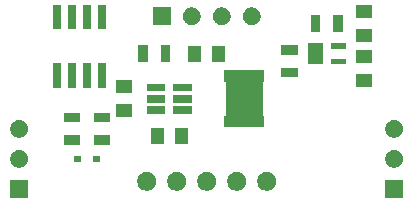
<source format=gbr>
G04 #@! TF.GenerationSoftware,KiCad,Pcbnew,(5.0.2)-1*
G04 #@! TF.CreationDate,2019-08-29T18:06:14-04:00*
G04 #@! TF.ProjectId,IGEM_Device,4947454d-5f44-4657-9669-63652e6b6963,rev?*
G04 #@! TF.SameCoordinates,Original*
G04 #@! TF.FileFunction,Soldermask,Top*
G04 #@! TF.FilePolarity,Negative*
%FSLAX46Y46*%
G04 Gerber Fmt 4.6, Leading zero omitted, Abs format (unit mm)*
G04 Created by KiCad (PCBNEW (5.0.2)-1) date 2019-08-29 6:06:14 PM*
%MOMM*%
%LPD*%
G01*
G04 APERTURE LIST*
%ADD10C,0.100000*%
G04 APERTURE END LIST*
D10*
G36*
X174104500Y-98539500D02*
X172605500Y-98539500D01*
X172605500Y-97040500D01*
X174104500Y-97040500D01*
X174104500Y-98539500D01*
X174104500Y-98539500D01*
G37*
G36*
X142354500Y-98539500D02*
X140855500Y-98539500D01*
X140855500Y-97040500D01*
X142354500Y-97040500D01*
X142354500Y-98539500D01*
X142354500Y-98539500D01*
G37*
G36*
X160257142Y-96373242D02*
X160405102Y-96434530D01*
X160538258Y-96523502D01*
X160651498Y-96636742D01*
X160740470Y-96769898D01*
X160801758Y-96917858D01*
X160833000Y-97074925D01*
X160833000Y-97235075D01*
X160801758Y-97392142D01*
X160740470Y-97540102D01*
X160651498Y-97673258D01*
X160538258Y-97786498D01*
X160405102Y-97875470D01*
X160257142Y-97936758D01*
X160100075Y-97968000D01*
X159939925Y-97968000D01*
X159782858Y-97936758D01*
X159634898Y-97875470D01*
X159501742Y-97786498D01*
X159388502Y-97673258D01*
X159299530Y-97540102D01*
X159238242Y-97392142D01*
X159207000Y-97235075D01*
X159207000Y-97074925D01*
X159238242Y-96917858D01*
X159299530Y-96769898D01*
X159388502Y-96636742D01*
X159501742Y-96523502D01*
X159634898Y-96434530D01*
X159782858Y-96373242D01*
X159939925Y-96342000D01*
X160100075Y-96342000D01*
X160257142Y-96373242D01*
X160257142Y-96373242D01*
G37*
G36*
X157717142Y-96373242D02*
X157865102Y-96434530D01*
X157998258Y-96523502D01*
X158111498Y-96636742D01*
X158200470Y-96769898D01*
X158261758Y-96917858D01*
X158293000Y-97074925D01*
X158293000Y-97235075D01*
X158261758Y-97392142D01*
X158200470Y-97540102D01*
X158111498Y-97673258D01*
X157998258Y-97786498D01*
X157865102Y-97875470D01*
X157717142Y-97936758D01*
X157560075Y-97968000D01*
X157399925Y-97968000D01*
X157242858Y-97936758D01*
X157094898Y-97875470D01*
X156961742Y-97786498D01*
X156848502Y-97673258D01*
X156759530Y-97540102D01*
X156698242Y-97392142D01*
X156667000Y-97235075D01*
X156667000Y-97074925D01*
X156698242Y-96917858D01*
X156759530Y-96769898D01*
X156848502Y-96636742D01*
X156961742Y-96523502D01*
X157094898Y-96434530D01*
X157242858Y-96373242D01*
X157399925Y-96342000D01*
X157560075Y-96342000D01*
X157717142Y-96373242D01*
X157717142Y-96373242D01*
G37*
G36*
X155177142Y-96373242D02*
X155325102Y-96434530D01*
X155458258Y-96523502D01*
X155571498Y-96636742D01*
X155660470Y-96769898D01*
X155721758Y-96917858D01*
X155753000Y-97074925D01*
X155753000Y-97235075D01*
X155721758Y-97392142D01*
X155660470Y-97540102D01*
X155571498Y-97673258D01*
X155458258Y-97786498D01*
X155325102Y-97875470D01*
X155177142Y-97936758D01*
X155020075Y-97968000D01*
X154859925Y-97968000D01*
X154702858Y-97936758D01*
X154554898Y-97875470D01*
X154421742Y-97786498D01*
X154308502Y-97673258D01*
X154219530Y-97540102D01*
X154158242Y-97392142D01*
X154127000Y-97235075D01*
X154127000Y-97074925D01*
X154158242Y-96917858D01*
X154219530Y-96769898D01*
X154308502Y-96636742D01*
X154421742Y-96523502D01*
X154554898Y-96434530D01*
X154702858Y-96373242D01*
X154859925Y-96342000D01*
X155020075Y-96342000D01*
X155177142Y-96373242D01*
X155177142Y-96373242D01*
G37*
G36*
X152637142Y-96373242D02*
X152785102Y-96434530D01*
X152918258Y-96523502D01*
X153031498Y-96636742D01*
X153120470Y-96769898D01*
X153181758Y-96917858D01*
X153213000Y-97074925D01*
X153213000Y-97235075D01*
X153181758Y-97392142D01*
X153120470Y-97540102D01*
X153031498Y-97673258D01*
X152918258Y-97786498D01*
X152785102Y-97875470D01*
X152637142Y-97936758D01*
X152480075Y-97968000D01*
X152319925Y-97968000D01*
X152162858Y-97936758D01*
X152014898Y-97875470D01*
X151881742Y-97786498D01*
X151768502Y-97673258D01*
X151679530Y-97540102D01*
X151618242Y-97392142D01*
X151587000Y-97235075D01*
X151587000Y-97074925D01*
X151618242Y-96917858D01*
X151679530Y-96769898D01*
X151768502Y-96636742D01*
X151881742Y-96523502D01*
X152014898Y-96434530D01*
X152162858Y-96373242D01*
X152319925Y-96342000D01*
X152480075Y-96342000D01*
X152637142Y-96373242D01*
X152637142Y-96373242D01*
G37*
G36*
X162797142Y-96373242D02*
X162945102Y-96434530D01*
X163078258Y-96523502D01*
X163191498Y-96636742D01*
X163280470Y-96769898D01*
X163341758Y-96917858D01*
X163373000Y-97074925D01*
X163373000Y-97235075D01*
X163341758Y-97392142D01*
X163280470Y-97540102D01*
X163191498Y-97673258D01*
X163078258Y-97786498D01*
X162945102Y-97875470D01*
X162797142Y-97936758D01*
X162640075Y-97968000D01*
X162479925Y-97968000D01*
X162322858Y-97936758D01*
X162174898Y-97875470D01*
X162041742Y-97786498D01*
X161928502Y-97673258D01*
X161839530Y-97540102D01*
X161778242Y-97392142D01*
X161747000Y-97235075D01*
X161747000Y-97074925D01*
X161778242Y-96917858D01*
X161839530Y-96769898D01*
X161928502Y-96636742D01*
X162041742Y-96523502D01*
X162174898Y-96434530D01*
X162322858Y-96373242D01*
X162479925Y-96342000D01*
X162640075Y-96342000D01*
X162797142Y-96373242D01*
X162797142Y-96373242D01*
G37*
G36*
X141823621Y-94529302D02*
X141960022Y-94585801D01*
X142082779Y-94667825D01*
X142187175Y-94772221D01*
X142269199Y-94894978D01*
X142325698Y-95031379D01*
X142354500Y-95176181D01*
X142354500Y-95323819D01*
X142325698Y-95468621D01*
X142269199Y-95605022D01*
X142187175Y-95727779D01*
X142082779Y-95832175D01*
X141960022Y-95914199D01*
X141823621Y-95970698D01*
X141678819Y-95999500D01*
X141531181Y-95999500D01*
X141386379Y-95970698D01*
X141249978Y-95914199D01*
X141127221Y-95832175D01*
X141022825Y-95727779D01*
X140940801Y-95605022D01*
X140884302Y-95468621D01*
X140855500Y-95323819D01*
X140855500Y-95176181D01*
X140884302Y-95031379D01*
X140940801Y-94894978D01*
X141022825Y-94772221D01*
X141127221Y-94667825D01*
X141249978Y-94585801D01*
X141386379Y-94529302D01*
X141531181Y-94500500D01*
X141678819Y-94500500D01*
X141823621Y-94529302D01*
X141823621Y-94529302D01*
G37*
G36*
X173573621Y-94529302D02*
X173710022Y-94585801D01*
X173832779Y-94667825D01*
X173937175Y-94772221D01*
X174019199Y-94894978D01*
X174075698Y-95031379D01*
X174104500Y-95176181D01*
X174104500Y-95323819D01*
X174075698Y-95468621D01*
X174019199Y-95605022D01*
X173937175Y-95727779D01*
X173832779Y-95832175D01*
X173710022Y-95914199D01*
X173573621Y-95970698D01*
X173428819Y-95999500D01*
X173281181Y-95999500D01*
X173136379Y-95970698D01*
X172999978Y-95914199D01*
X172877221Y-95832175D01*
X172772825Y-95727779D01*
X172690801Y-95605022D01*
X172634302Y-95468621D01*
X172605500Y-95323819D01*
X172605500Y-95176181D01*
X172634302Y-95031379D01*
X172690801Y-94894978D01*
X172772825Y-94772221D01*
X172877221Y-94667825D01*
X172999978Y-94585801D01*
X173136379Y-94529302D01*
X173281181Y-94500500D01*
X173428819Y-94500500D01*
X173573621Y-94529302D01*
X173573621Y-94529302D01*
G37*
G36*
X146836000Y-95501000D02*
X146204000Y-95501000D01*
X146204000Y-94999000D01*
X146836000Y-94999000D01*
X146836000Y-95501000D01*
X146836000Y-95501000D01*
G37*
G36*
X148436000Y-95501000D02*
X147804000Y-95501000D01*
X147804000Y-94999000D01*
X148436000Y-94999000D01*
X148436000Y-95501000D01*
X148436000Y-95501000D01*
G37*
G36*
X146751000Y-94061000D02*
X145349000Y-94061000D01*
X145349000Y-93259000D01*
X146751000Y-93259000D01*
X146751000Y-94061000D01*
X146751000Y-94061000D01*
G37*
G36*
X149291000Y-94061000D02*
X147889000Y-94061000D01*
X147889000Y-93259000D01*
X149291000Y-93259000D01*
X149291000Y-94061000D01*
X149291000Y-94061000D01*
G37*
G36*
X155856000Y-94021000D02*
X154754000Y-94021000D01*
X154754000Y-92669000D01*
X155856000Y-92669000D01*
X155856000Y-94021000D01*
X155856000Y-94021000D01*
G37*
G36*
X153856000Y-94021000D02*
X152754000Y-94021000D01*
X152754000Y-92669000D01*
X153856000Y-92669000D01*
X153856000Y-94021000D01*
X153856000Y-94021000D01*
G37*
G36*
X173573621Y-91989302D02*
X173710022Y-92045801D01*
X173832779Y-92127825D01*
X173937175Y-92232221D01*
X174019199Y-92354978D01*
X174075698Y-92491379D01*
X174104500Y-92636181D01*
X174104500Y-92783819D01*
X174075698Y-92928621D01*
X174019199Y-93065022D01*
X173937175Y-93187779D01*
X173832779Y-93292175D01*
X173710022Y-93374199D01*
X173573621Y-93430698D01*
X173428819Y-93459500D01*
X173281181Y-93459500D01*
X173136379Y-93430698D01*
X172999978Y-93374199D01*
X172877221Y-93292175D01*
X172772825Y-93187779D01*
X172690801Y-93065022D01*
X172634302Y-92928621D01*
X172605500Y-92783819D01*
X172605500Y-92636181D01*
X172634302Y-92491379D01*
X172690801Y-92354978D01*
X172772825Y-92232221D01*
X172877221Y-92127825D01*
X172999978Y-92045801D01*
X173136379Y-91989302D01*
X173281181Y-91960500D01*
X173428819Y-91960500D01*
X173573621Y-91989302D01*
X173573621Y-91989302D01*
G37*
G36*
X141823621Y-91989302D02*
X141960022Y-92045801D01*
X142082779Y-92127825D01*
X142187175Y-92232221D01*
X142269199Y-92354978D01*
X142325698Y-92491379D01*
X142354500Y-92636181D01*
X142354500Y-92783819D01*
X142325698Y-92928621D01*
X142269199Y-93065022D01*
X142187175Y-93187779D01*
X142082779Y-93292175D01*
X141960022Y-93374199D01*
X141823621Y-93430698D01*
X141678819Y-93459500D01*
X141531181Y-93459500D01*
X141386379Y-93430698D01*
X141249978Y-93374199D01*
X141127221Y-93292175D01*
X141022825Y-93187779D01*
X140940801Y-93065022D01*
X140884302Y-92928621D01*
X140855500Y-92783819D01*
X140855500Y-92636181D01*
X140884302Y-92491379D01*
X140940801Y-92354978D01*
X141022825Y-92232221D01*
X141127221Y-92127825D01*
X141249978Y-92045801D01*
X141386379Y-91989302D01*
X141531181Y-91960500D01*
X141678819Y-91960500D01*
X141823621Y-91989302D01*
X141823621Y-91989302D01*
G37*
G36*
X162341000Y-88716000D02*
X162331000Y-88716000D01*
X162306614Y-88718402D01*
X162283165Y-88725515D01*
X162261554Y-88737066D01*
X162242612Y-88752612D01*
X162227066Y-88771554D01*
X162215515Y-88793165D01*
X162208402Y-88816614D01*
X162206000Y-88841000D01*
X162206000Y-91499000D01*
X162208402Y-91523386D01*
X162215515Y-91546835D01*
X162227066Y-91568446D01*
X162242612Y-91587388D01*
X162261554Y-91602934D01*
X162283165Y-91614485D01*
X162306614Y-91621598D01*
X162331000Y-91624000D01*
X162341000Y-91624000D01*
X162341000Y-92586000D01*
X158969000Y-92586000D01*
X158969000Y-91624000D01*
X158979000Y-91624000D01*
X159003386Y-91621598D01*
X159026835Y-91614485D01*
X159048446Y-91602934D01*
X159067388Y-91587388D01*
X159082934Y-91568446D01*
X159094485Y-91546835D01*
X159101598Y-91523386D01*
X159104000Y-91499000D01*
X159104000Y-88841000D01*
X159101598Y-88816614D01*
X159094485Y-88793165D01*
X159082934Y-88771554D01*
X159067388Y-88752612D01*
X159048446Y-88737066D01*
X159026835Y-88725515D01*
X159003386Y-88718402D01*
X158979000Y-88716000D01*
X158969000Y-88716000D01*
X158969000Y-87754000D01*
X162341000Y-87754000D01*
X162341000Y-88716000D01*
X162341000Y-88716000D01*
G37*
G36*
X146751000Y-92161000D02*
X145349000Y-92161000D01*
X145349000Y-91359000D01*
X146751000Y-91359000D01*
X146751000Y-92161000D01*
X146751000Y-92161000D01*
G37*
G36*
X149291000Y-92161000D02*
X147889000Y-92161000D01*
X147889000Y-91359000D01*
X149291000Y-91359000D01*
X149291000Y-92161000D01*
X149291000Y-92161000D01*
G37*
G36*
X151171000Y-91721000D02*
X149819000Y-91721000D01*
X149819000Y-90619000D01*
X151171000Y-90619000D01*
X151171000Y-91721000D01*
X151171000Y-91721000D01*
G37*
G36*
X153975000Y-91450401D02*
X152399800Y-91450401D01*
X152399800Y-90789601D01*
X153975000Y-90789601D01*
X153975000Y-91450401D01*
X153975000Y-91450401D01*
G37*
G36*
X156210200Y-91450401D02*
X154635000Y-91450401D01*
X154635000Y-90789601D01*
X156210200Y-90789601D01*
X156210200Y-91450401D01*
X156210200Y-91450401D01*
G37*
G36*
X153975000Y-90500400D02*
X152399800Y-90500400D01*
X152399800Y-89839600D01*
X153975000Y-89839600D01*
X153975000Y-90500400D01*
X153975000Y-90500400D01*
G37*
G36*
X156210200Y-90500400D02*
X154635000Y-90500400D01*
X154635000Y-89839600D01*
X156210200Y-89839600D01*
X156210200Y-90500400D01*
X156210200Y-90500400D01*
G37*
G36*
X151171000Y-89721000D02*
X149819000Y-89721000D01*
X149819000Y-88619000D01*
X151171000Y-88619000D01*
X151171000Y-89721000D01*
X151171000Y-89721000D01*
G37*
G36*
X156210200Y-89550399D02*
X154635000Y-89550399D01*
X154635000Y-88889599D01*
X156210200Y-88889599D01*
X156210200Y-89550399D01*
X156210200Y-89550399D01*
G37*
G36*
X153975000Y-89550399D02*
X152399800Y-89550399D01*
X152399800Y-88889599D01*
X153975000Y-88889599D01*
X153975000Y-89550399D01*
X153975000Y-89550399D01*
G37*
G36*
X147650400Y-89230400D02*
X146989600Y-89230400D01*
X146989600Y-87147200D01*
X147650400Y-87147200D01*
X147650400Y-89230400D01*
X147650400Y-89230400D01*
G37*
G36*
X148920400Y-89230400D02*
X148259600Y-89230400D01*
X148259600Y-87147200D01*
X148920400Y-87147200D01*
X148920400Y-89230400D01*
X148920400Y-89230400D01*
G37*
G36*
X145110400Y-89230400D02*
X144449600Y-89230400D01*
X144449600Y-87147200D01*
X145110400Y-87147200D01*
X145110400Y-89230400D01*
X145110400Y-89230400D01*
G37*
G36*
X146380400Y-89230400D02*
X145719600Y-89230400D01*
X145719600Y-87147200D01*
X146380400Y-87147200D01*
X146380400Y-89230400D01*
X146380400Y-89230400D01*
G37*
G36*
X171491000Y-89181000D02*
X170139000Y-89181000D01*
X170139000Y-88079000D01*
X171491000Y-88079000D01*
X171491000Y-89181000D01*
X171491000Y-89181000D01*
G37*
G36*
X165166000Y-88346000D02*
X163764000Y-88346000D01*
X163764000Y-87544000D01*
X165166000Y-87544000D01*
X165166000Y-88346000D01*
X165166000Y-88346000D01*
G37*
G36*
X167310000Y-87238799D02*
X166039600Y-87238799D01*
X166039600Y-85481201D01*
X167310000Y-85481201D01*
X167310000Y-87238799D01*
X167310000Y-87238799D01*
G37*
G36*
X169240400Y-87238799D02*
X167970000Y-87238799D01*
X167970000Y-86781199D01*
X169240400Y-86781199D01*
X169240400Y-87238799D01*
X169240400Y-87238799D01*
G37*
G36*
X171491000Y-87181000D02*
X170139000Y-87181000D01*
X170139000Y-86079000D01*
X171491000Y-86079000D01*
X171491000Y-87181000D01*
X171491000Y-87181000D01*
G37*
G36*
X154386000Y-87061000D02*
X153584000Y-87061000D01*
X153584000Y-85659000D01*
X154386000Y-85659000D01*
X154386000Y-87061000D01*
X154386000Y-87061000D01*
G37*
G36*
X152486000Y-87061000D02*
X151684000Y-87061000D01*
X151684000Y-85659000D01*
X152486000Y-85659000D01*
X152486000Y-87061000D01*
X152486000Y-87061000D01*
G37*
G36*
X157031000Y-87036000D02*
X155929000Y-87036000D01*
X155929000Y-85684000D01*
X157031000Y-85684000D01*
X157031000Y-87036000D01*
X157031000Y-87036000D01*
G37*
G36*
X159031000Y-87036000D02*
X157929000Y-87036000D01*
X157929000Y-85684000D01*
X159031000Y-85684000D01*
X159031000Y-87036000D01*
X159031000Y-87036000D01*
G37*
G36*
X165166000Y-86446000D02*
X163764000Y-86446000D01*
X163764000Y-85644000D01*
X165166000Y-85644000D01*
X165166000Y-86446000D01*
X165166000Y-86446000D01*
G37*
G36*
X169240400Y-85938801D02*
X167970000Y-85938801D01*
X167970000Y-85481201D01*
X169240400Y-85481201D01*
X169240400Y-85938801D01*
X169240400Y-85938801D01*
G37*
G36*
X171491000Y-85371000D02*
X170139000Y-85371000D01*
X170139000Y-84269000D01*
X171491000Y-84269000D01*
X171491000Y-85371000D01*
X171491000Y-85371000D01*
G37*
G36*
X168991000Y-84521000D02*
X168189000Y-84521000D01*
X168189000Y-83119000D01*
X168991000Y-83119000D01*
X168991000Y-84521000D01*
X168991000Y-84521000D01*
G37*
G36*
X167091000Y-84521000D02*
X166289000Y-84521000D01*
X166289000Y-83119000D01*
X167091000Y-83119000D01*
X167091000Y-84521000D01*
X167091000Y-84521000D01*
G37*
G36*
X146380400Y-84302800D02*
X145719600Y-84302800D01*
X145719600Y-82219600D01*
X146380400Y-82219600D01*
X146380400Y-84302800D01*
X146380400Y-84302800D01*
G37*
G36*
X145110400Y-84302800D02*
X144449600Y-84302800D01*
X144449600Y-82219600D01*
X145110400Y-82219600D01*
X145110400Y-84302800D01*
X145110400Y-84302800D01*
G37*
G36*
X148920400Y-84302800D02*
X148259600Y-84302800D01*
X148259600Y-82219600D01*
X148920400Y-82219600D01*
X148920400Y-84302800D01*
X148920400Y-84302800D01*
G37*
G36*
X147650400Y-84302800D02*
X146989600Y-84302800D01*
X146989600Y-82219600D01*
X147650400Y-82219600D01*
X147650400Y-84302800D01*
X147650400Y-84302800D01*
G37*
G36*
X154419500Y-83934500D02*
X152920500Y-83934500D01*
X152920500Y-82435500D01*
X154419500Y-82435500D01*
X154419500Y-83934500D01*
X154419500Y-83934500D01*
G37*
G36*
X156428621Y-82464302D02*
X156565022Y-82520801D01*
X156687779Y-82602825D01*
X156792175Y-82707221D01*
X156874199Y-82829978D01*
X156930698Y-82966379D01*
X156959500Y-83111181D01*
X156959500Y-83258819D01*
X156930698Y-83403621D01*
X156874199Y-83540022D01*
X156792175Y-83662779D01*
X156687779Y-83767175D01*
X156565022Y-83849199D01*
X156428621Y-83905698D01*
X156283819Y-83934500D01*
X156136181Y-83934500D01*
X155991379Y-83905698D01*
X155854978Y-83849199D01*
X155732221Y-83767175D01*
X155627825Y-83662779D01*
X155545801Y-83540022D01*
X155489302Y-83403621D01*
X155460500Y-83258819D01*
X155460500Y-83111181D01*
X155489302Y-82966379D01*
X155545801Y-82829978D01*
X155627825Y-82707221D01*
X155732221Y-82602825D01*
X155854978Y-82520801D01*
X155991379Y-82464302D01*
X156136181Y-82435500D01*
X156283819Y-82435500D01*
X156428621Y-82464302D01*
X156428621Y-82464302D01*
G37*
G36*
X158968621Y-82464302D02*
X159105022Y-82520801D01*
X159227779Y-82602825D01*
X159332175Y-82707221D01*
X159414199Y-82829978D01*
X159470698Y-82966379D01*
X159499500Y-83111181D01*
X159499500Y-83258819D01*
X159470698Y-83403621D01*
X159414199Y-83540022D01*
X159332175Y-83662779D01*
X159227779Y-83767175D01*
X159105022Y-83849199D01*
X158968621Y-83905698D01*
X158823819Y-83934500D01*
X158676181Y-83934500D01*
X158531379Y-83905698D01*
X158394978Y-83849199D01*
X158272221Y-83767175D01*
X158167825Y-83662779D01*
X158085801Y-83540022D01*
X158029302Y-83403621D01*
X158000500Y-83258819D01*
X158000500Y-83111181D01*
X158029302Y-82966379D01*
X158085801Y-82829978D01*
X158167825Y-82707221D01*
X158272221Y-82602825D01*
X158394978Y-82520801D01*
X158531379Y-82464302D01*
X158676181Y-82435500D01*
X158823819Y-82435500D01*
X158968621Y-82464302D01*
X158968621Y-82464302D01*
G37*
G36*
X161508621Y-82464302D02*
X161645022Y-82520801D01*
X161767779Y-82602825D01*
X161872175Y-82707221D01*
X161954199Y-82829978D01*
X162010698Y-82966379D01*
X162039500Y-83111181D01*
X162039500Y-83258819D01*
X162010698Y-83403621D01*
X161954199Y-83540022D01*
X161872175Y-83662779D01*
X161767779Y-83767175D01*
X161645022Y-83849199D01*
X161508621Y-83905698D01*
X161363819Y-83934500D01*
X161216181Y-83934500D01*
X161071379Y-83905698D01*
X160934978Y-83849199D01*
X160812221Y-83767175D01*
X160707825Y-83662779D01*
X160625801Y-83540022D01*
X160569302Y-83403621D01*
X160540500Y-83258819D01*
X160540500Y-83111181D01*
X160569302Y-82966379D01*
X160625801Y-82829978D01*
X160707825Y-82707221D01*
X160812221Y-82602825D01*
X160934978Y-82520801D01*
X161071379Y-82464302D01*
X161216181Y-82435500D01*
X161363819Y-82435500D01*
X161508621Y-82464302D01*
X161508621Y-82464302D01*
G37*
G36*
X171491000Y-83371000D02*
X170139000Y-83371000D01*
X170139000Y-82269000D01*
X171491000Y-82269000D01*
X171491000Y-83371000D01*
X171491000Y-83371000D01*
G37*
M02*

</source>
